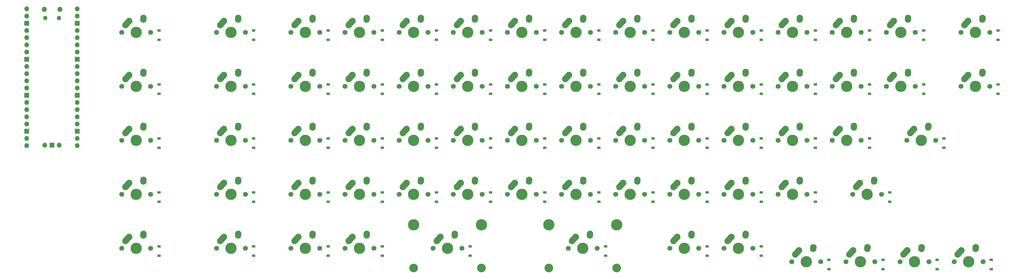
<source format=gbs>
G04 #@! TF.GenerationSoftware,KiCad,Pcbnew,8.0.4*
G04 #@! TF.CreationDate,2024-09-04T19:59:22-04:00*
G04 #@! TF.ProjectId,small-fry-pcb,736d616c-6c2d-4667-9279-2d7063622e6b,1.0*
G04 #@! TF.SameCoordinates,Original*
G04 #@! TF.FileFunction,Soldermask,Bot*
G04 #@! TF.FilePolarity,Negative*
%FSLAX46Y46*%
G04 Gerber Fmt 4.6, Leading zero omitted, Abs format (unit mm)*
G04 Created by KiCad (PCBNEW 8.0.4) date 2024-09-04 19:59:22*
%MOMM*%
%LPD*%
G01*
G04 APERTURE LIST*
G04 Aperture macros list*
%AMRoundRect*
0 Rectangle with rounded corners*
0 $1 Rounding radius*
0 $2 $3 $4 $5 $6 $7 $8 $9 X,Y pos of 4 corners*
0 Add a 4 corners polygon primitive as box body*
4,1,4,$2,$3,$4,$5,$6,$7,$8,$9,$2,$3,0*
0 Add four circle primitives for the rounded corners*
1,1,$1+$1,$2,$3*
1,1,$1+$1,$4,$5*
1,1,$1+$1,$6,$7*
1,1,$1+$1,$8,$9*
0 Add four rect primitives between the rounded corners*
20,1,$1+$1,$2,$3,$4,$5,0*
20,1,$1+$1,$4,$5,$6,$7,0*
20,1,$1+$1,$6,$7,$8,$9,0*
20,1,$1+$1,$8,$9,$2,$3,0*%
%AMHorizOval*
0 Thick line with rounded ends*
0 $1 width*
0 $2 $3 position (X,Y) of the first rounded end (center of the circle)*
0 $4 $5 position (X,Y) of the second rounded end (center of the circle)*
0 Add line between two ends*
20,1,$1,$2,$3,$4,$5,0*
0 Add two circle primitives to create the rounded ends*
1,1,$1,$2,$3*
1,1,$1,$4,$5*%
G04 Aperture macros list end*
%ADD10C,1.750000*%
%ADD11C,3.987800*%
%ADD12HorizOval,2.250000X0.655001X0.730000X-0.655001X-0.730000X0*%
%ADD13C,2.250000*%
%ADD14HorizOval,2.250000X0.020000X0.290000X-0.020000X-0.290000X0*%
%ADD15C,3.048000*%
%ADD16O,1.800000X1.800000*%
%ADD17O,1.500000X1.500000*%
%ADD18O,1.700000X1.700000*%
%ADD19R,1.700000X1.700000*%
%ADD20RoundRect,0.225000X0.375000X-0.225000X0.375000X0.225000X-0.375000X0.225000X-0.375000X-0.225000X0*%
G04 APERTURE END LIST*
D10*
G04 #@! TO.C,MX51*
X209876250Y-96400000D03*
D11*
X214956250Y-96400000D03*
D10*
X220036250Y-96400000D03*
D12*
X211801251Y-93130000D03*
D13*
X212456250Y-92400000D03*
D14*
X217476250Y-91610000D03*
D13*
X217496250Y-91320000D03*
G04 #@! TD*
D10*
G04 #@! TO.C,MX44*
X350370000Y-77350000D03*
D11*
X355450000Y-77350000D03*
D10*
X360530000Y-77350000D03*
D12*
X352295001Y-74080000D03*
D13*
X352950000Y-73350000D03*
D14*
X357970000Y-72560000D03*
D13*
X357990000Y-72270000D03*
G04 #@! TD*
D10*
G04 #@! TO.C,MX11*
X286076250Y-39250000D03*
D11*
X291156250Y-39250000D03*
D10*
X296236250Y-39250000D03*
D12*
X288001251Y-35980000D03*
D13*
X288656250Y-35250000D03*
D14*
X293676250Y-34460000D03*
D13*
X293696250Y-34170000D03*
G04 #@! TD*
D10*
G04 #@! TO.C,MX23*
X228926250Y-58300000D03*
D11*
X234006250Y-58300000D03*
D10*
X239086250Y-58300000D03*
D12*
X230851251Y-55030000D03*
D13*
X231506250Y-54300000D03*
D14*
X236526250Y-53510000D03*
D13*
X236546250Y-53220000D03*
G04 #@! TD*
D10*
G04 #@! TO.C,MX32*
X107482500Y-77350000D03*
D11*
X112562500Y-77350000D03*
D10*
X117642500Y-77350000D03*
D12*
X109407501Y-74080000D03*
D13*
X110062500Y-73350000D03*
D14*
X115082500Y-72560000D03*
D13*
X115102500Y-72270000D03*
G04 #@! TD*
D10*
G04 #@! TO.C,MX59*
X107482500Y-115450000D03*
D11*
X112562500Y-115450000D03*
D10*
X117642500Y-115450000D03*
D12*
X109407501Y-112180000D03*
D13*
X110062500Y-111450000D03*
D14*
X115082500Y-110660000D03*
D13*
X115102500Y-110370000D03*
G04 #@! TD*
D10*
G04 #@! TO.C,MX2*
X107482500Y-39250000D03*
D11*
X112562500Y-39250000D03*
D10*
X117642500Y-39250000D03*
D12*
X109407501Y-35980000D03*
D13*
X110062500Y-35250000D03*
D14*
X115082500Y-34460000D03*
D13*
X115102500Y-34170000D03*
G04 #@! TD*
D10*
G04 #@! TO.C,MX1*
X74145000Y-39250000D03*
D11*
X79225000Y-39250000D03*
D10*
X84305000Y-39250000D03*
D12*
X76070001Y-35980000D03*
D13*
X76725000Y-35250000D03*
D14*
X81745000Y-34460000D03*
D13*
X81765000Y-34170000D03*
G04 #@! TD*
D10*
G04 #@! TO.C,MX54*
X267026250Y-96400000D03*
D11*
X272106250Y-96400000D03*
D10*
X277186250Y-96400000D03*
D12*
X268951251Y-93130000D03*
D13*
X269606250Y-92400000D03*
D14*
X274626250Y-91610000D03*
D13*
X274646250Y-91320000D03*
G04 #@! TD*
D10*
G04 #@! TO.C,MX5*
X171776250Y-39250000D03*
D11*
X176856250Y-39250000D03*
D10*
X181936250Y-39250000D03*
D12*
X173701251Y-35980000D03*
D13*
X174356250Y-35250000D03*
D14*
X179376250Y-34460000D03*
D13*
X179396250Y-34170000D03*
G04 #@! TD*
D10*
G04 #@! TO.C,MX45*
X74145000Y-96400000D03*
D11*
X79225000Y-96400000D03*
D10*
X84305000Y-96400000D03*
D12*
X76070001Y-93130000D03*
D13*
X76725000Y-92400000D03*
D14*
X81745000Y-91610000D03*
D13*
X81765000Y-91320000D03*
G04 #@! TD*
D11*
G04 #@! TO.C,MX62*
X176824500Y-107195000D03*
D15*
X176824500Y-122435000D03*
D10*
X183682500Y-115450000D03*
D11*
X188762500Y-115450000D03*
D10*
X193842500Y-115450000D03*
D11*
X200700500Y-107195000D03*
D15*
X200700500Y-122435000D03*
D12*
X185607501Y-112180000D03*
D13*
X186262500Y-111450000D03*
D14*
X191282500Y-110660000D03*
D13*
X191302500Y-110370000D03*
G04 #@! TD*
D10*
G04 #@! TO.C,MX66*
X309888750Y-120212500D03*
D11*
X314968750Y-120212500D03*
D10*
X320048750Y-120212500D03*
D12*
X311813751Y-116942500D03*
D13*
X312468750Y-116212500D03*
D14*
X317488750Y-115422500D03*
D13*
X317508750Y-115132500D03*
G04 #@! TD*
D10*
G04 #@! TO.C,MX50*
X190826250Y-96400000D03*
D11*
X195906250Y-96400000D03*
D10*
X200986250Y-96400000D03*
D12*
X192751251Y-93130000D03*
D13*
X193406250Y-92400000D03*
D14*
X198426250Y-91610000D03*
D13*
X198446250Y-91320000D03*
G04 #@! TD*
D10*
G04 #@! TO.C,MX65*
X286076250Y-115450000D03*
D11*
X291156250Y-115450000D03*
D10*
X296236250Y-115450000D03*
D12*
X288001251Y-112180000D03*
D13*
X288656250Y-111450000D03*
D14*
X293676250Y-110660000D03*
D13*
X293696250Y-110370000D03*
G04 #@! TD*
D10*
G04 #@! TO.C,MX34*
X152726250Y-77350000D03*
D11*
X157806250Y-77350000D03*
D10*
X162886250Y-77350000D03*
D12*
X154651251Y-74080000D03*
D13*
X155306250Y-73350000D03*
D14*
X160326250Y-72560000D03*
D13*
X160346250Y-72270000D03*
G04 #@! TD*
D10*
G04 #@! TO.C,MX12*
X305126250Y-39250000D03*
D11*
X310206250Y-39250000D03*
D10*
X315286250Y-39250000D03*
D12*
X307051251Y-35980000D03*
D13*
X307706250Y-35250000D03*
D14*
X312726250Y-34460000D03*
D13*
X312746250Y-34170000D03*
G04 #@! TD*
D10*
G04 #@! TO.C,MX35*
X171776250Y-77350000D03*
D11*
X176856250Y-77350000D03*
D10*
X181936250Y-77350000D03*
D12*
X173701251Y-74080000D03*
D13*
X174356250Y-73350000D03*
D14*
X179376250Y-72560000D03*
D13*
X179396250Y-72270000D03*
G04 #@! TD*
D10*
G04 #@! TO.C,MX46*
X107482500Y-96400000D03*
D11*
X112562500Y-96400000D03*
D10*
X117642500Y-96400000D03*
D12*
X109407501Y-93130000D03*
D13*
X110062500Y-92400000D03*
D14*
X115082500Y-91610000D03*
D13*
X115102500Y-91320000D03*
G04 #@! TD*
D10*
G04 #@! TO.C,MX9*
X247976250Y-39250000D03*
D11*
X253056250Y-39250000D03*
D10*
X258136250Y-39250000D03*
D12*
X249901251Y-35980000D03*
D13*
X250556250Y-35250000D03*
D14*
X255576250Y-34460000D03*
D13*
X255596250Y-34170000D03*
G04 #@! TD*
D10*
G04 #@! TO.C,MX18*
X133676250Y-58300000D03*
D11*
X138756250Y-58300000D03*
D10*
X143836250Y-58300000D03*
D12*
X135601251Y-55030000D03*
D13*
X136256250Y-54300000D03*
D14*
X141276250Y-53510000D03*
D13*
X141296250Y-53220000D03*
G04 #@! TD*
D10*
G04 #@! TO.C,MX57*
X331320000Y-96400000D03*
D11*
X336400000Y-96400000D03*
D10*
X341480000Y-96400000D03*
D12*
X333245001Y-93130000D03*
D13*
X333900000Y-92400000D03*
D14*
X338920000Y-91610000D03*
D13*
X338940000Y-91320000D03*
G04 #@! TD*
D10*
G04 #@! TO.C,MX43*
X324176250Y-77350000D03*
D11*
X329256250Y-77350000D03*
D10*
X334336250Y-77350000D03*
D12*
X326101251Y-74080000D03*
D13*
X326756250Y-73350000D03*
D14*
X331776250Y-72560000D03*
D13*
X331796250Y-72270000D03*
G04 #@! TD*
D10*
G04 #@! TO.C,MX3*
X133676250Y-39250000D03*
D11*
X138756250Y-39250000D03*
D10*
X143836250Y-39250000D03*
D12*
X135601251Y-35980000D03*
D13*
X136256250Y-35250000D03*
D14*
X141276250Y-34460000D03*
D13*
X141296250Y-34170000D03*
G04 #@! TD*
D10*
G04 #@! TO.C,MX31*
X74145000Y-77350000D03*
D11*
X79225000Y-77350000D03*
D10*
X84305000Y-77350000D03*
D12*
X76070001Y-74080000D03*
D13*
X76725000Y-73350000D03*
D14*
X81745000Y-72560000D03*
D13*
X81765000Y-72270000D03*
G04 #@! TD*
D10*
G04 #@! TO.C,MX37*
X209876250Y-77350000D03*
D11*
X214956250Y-77350000D03*
D10*
X220036250Y-77350000D03*
D12*
X211801251Y-74080000D03*
D13*
X212456250Y-73350000D03*
D14*
X217476250Y-72560000D03*
D13*
X217496250Y-72270000D03*
G04 #@! TD*
D10*
G04 #@! TO.C,MX17*
X107482500Y-58300000D03*
D11*
X112562500Y-58300000D03*
D10*
X117642500Y-58300000D03*
D12*
X109407501Y-55030000D03*
D13*
X110062500Y-54300000D03*
D14*
X115082500Y-53510000D03*
D13*
X115102500Y-53220000D03*
G04 #@! TD*
D10*
G04 #@! TO.C,MX36*
X190826250Y-77350000D03*
D11*
X195906250Y-77350000D03*
D10*
X200986250Y-77350000D03*
D12*
X192751251Y-74080000D03*
D13*
X193406250Y-73350000D03*
D14*
X198426250Y-72560000D03*
D13*
X198446250Y-72270000D03*
G04 #@! TD*
D16*
G04 #@! TO.C,U1*
X46885000Y-31130000D03*
D17*
X47185000Y-34160000D03*
X52035000Y-34160000D03*
D16*
X52335000Y-31130000D03*
D18*
X40720000Y-31000000D03*
X40720000Y-33540000D03*
D19*
X40720000Y-36080000D03*
D18*
X40720000Y-38620000D03*
X40720000Y-41160000D03*
X40720000Y-43700000D03*
X40720000Y-46240000D03*
D19*
X40720000Y-48780000D03*
D18*
X40720000Y-51320000D03*
X40720000Y-53860000D03*
X40720000Y-56400000D03*
X40720000Y-58940000D03*
D19*
X40720000Y-61480000D03*
D18*
X40720000Y-64020000D03*
X40720000Y-66560000D03*
X40720000Y-69100000D03*
X40720000Y-71640000D03*
D19*
X40720000Y-74180000D03*
D18*
X40720000Y-76720000D03*
X40720000Y-79260000D03*
X58500000Y-79260000D03*
X58500000Y-76720000D03*
D19*
X58500000Y-74180000D03*
D18*
X58500000Y-71640000D03*
X58500000Y-69100000D03*
X58500000Y-66560000D03*
X58500000Y-64020000D03*
D19*
X58500000Y-61480000D03*
D18*
X58500000Y-58940000D03*
X58500000Y-56400000D03*
X58500000Y-53860000D03*
X58500000Y-51320000D03*
D19*
X58500000Y-48780000D03*
D18*
X58500000Y-46240000D03*
X58500000Y-43700000D03*
X58500000Y-41160000D03*
X58500000Y-38620000D03*
D19*
X58500000Y-36080000D03*
D18*
X58500000Y-33540000D03*
X58500000Y-31000000D03*
X47070000Y-79030000D03*
D19*
X49610000Y-79030000D03*
D18*
X52150000Y-79030000D03*
G04 #@! TD*
D10*
G04 #@! TO.C,MX47*
X133676250Y-96400000D03*
D11*
X138756250Y-96400000D03*
D10*
X143836250Y-96400000D03*
D12*
X135601251Y-93130000D03*
D13*
X136256250Y-92400000D03*
D14*
X141276250Y-91610000D03*
D13*
X141296250Y-91320000D03*
G04 #@! TD*
D10*
G04 #@! TO.C,MX25*
X267026250Y-58300000D03*
D11*
X272106250Y-58300000D03*
D10*
X277186250Y-58300000D03*
D12*
X268951251Y-55030000D03*
D13*
X269606250Y-54300000D03*
D14*
X274626250Y-53510000D03*
D13*
X274646250Y-53220000D03*
G04 #@! TD*
D10*
G04 #@! TO.C,MX61*
X152726250Y-115450000D03*
D11*
X157806250Y-115450000D03*
D10*
X162886250Y-115450000D03*
D12*
X154651251Y-112180000D03*
D13*
X155306250Y-111450000D03*
D14*
X160326250Y-110660000D03*
D13*
X160346250Y-110370000D03*
G04 #@! TD*
D10*
G04 #@! TO.C,MX26*
X286076250Y-58300000D03*
D11*
X291156250Y-58300000D03*
D10*
X296236250Y-58300000D03*
D12*
X288001251Y-55030000D03*
D13*
X288656250Y-54300000D03*
D14*
X293676250Y-53510000D03*
D13*
X293696250Y-53220000D03*
G04 #@! TD*
D10*
G04 #@! TO.C,MX15*
X369420000Y-39250000D03*
D11*
X374500000Y-39250000D03*
D10*
X379580000Y-39250000D03*
D12*
X371345001Y-35980000D03*
D13*
X372000000Y-35250000D03*
D14*
X377020000Y-34460000D03*
D13*
X377040000Y-34170000D03*
G04 #@! TD*
D10*
G04 #@! TO.C,MX58*
X74145000Y-115450000D03*
D11*
X79225000Y-115450000D03*
D10*
X84305000Y-115450000D03*
D12*
X76070001Y-112180000D03*
D13*
X76725000Y-111450000D03*
D14*
X81745000Y-110660000D03*
D13*
X81765000Y-110370000D03*
G04 #@! TD*
D11*
G04 #@! TO.C,MX63*
X224449500Y-107195000D03*
D15*
X224449500Y-122435000D03*
D10*
X231307500Y-115450000D03*
D11*
X236387500Y-115450000D03*
D10*
X241467500Y-115450000D03*
D11*
X248325500Y-107195000D03*
D15*
X248325500Y-122435000D03*
D12*
X233232501Y-112180000D03*
D13*
X233887500Y-111450000D03*
D14*
X238907500Y-110660000D03*
D13*
X238927500Y-110370000D03*
G04 #@! TD*
D10*
G04 #@! TO.C,MX28*
X324176250Y-58300000D03*
D11*
X329256250Y-58300000D03*
D10*
X334336250Y-58300000D03*
D12*
X326101251Y-55030000D03*
D13*
X326756250Y-54300000D03*
D14*
X331776250Y-53510000D03*
D13*
X331796250Y-53220000D03*
G04 #@! TD*
D10*
G04 #@! TO.C,MX8*
X228926250Y-39250000D03*
D11*
X234006250Y-39250000D03*
D10*
X239086250Y-39250000D03*
D12*
X230851251Y-35980000D03*
D13*
X231506250Y-35250000D03*
D14*
X236526250Y-34460000D03*
D13*
X236546250Y-34170000D03*
G04 #@! TD*
D10*
G04 #@! TO.C,MX10*
X267026250Y-39250000D03*
D11*
X272106250Y-39250000D03*
D10*
X277186250Y-39250000D03*
D12*
X268951251Y-35980000D03*
D13*
X269606250Y-35250000D03*
D14*
X274626250Y-34460000D03*
D13*
X274646250Y-34170000D03*
G04 #@! TD*
D10*
G04 #@! TO.C,MX53*
X247976250Y-96400000D03*
D11*
X253056250Y-96400000D03*
D10*
X258136250Y-96400000D03*
D12*
X249901251Y-93130000D03*
D13*
X250556250Y-92400000D03*
D14*
X255576250Y-91610000D03*
D13*
X255596250Y-91320000D03*
G04 #@! TD*
D10*
G04 #@! TO.C,MX64*
X267026250Y-115450000D03*
D11*
X272106250Y-115450000D03*
D10*
X277186250Y-115450000D03*
D12*
X268951251Y-112180000D03*
D13*
X269606250Y-111450000D03*
D14*
X274626250Y-110660000D03*
D13*
X274646250Y-110370000D03*
G04 #@! TD*
D10*
G04 #@! TO.C,MX49*
X171776250Y-96400000D03*
D11*
X176856250Y-96400000D03*
D10*
X181936250Y-96400000D03*
D12*
X173701251Y-93130000D03*
D13*
X174356250Y-92400000D03*
D14*
X179376250Y-91610000D03*
D13*
X179396250Y-91320000D03*
G04 #@! TD*
D10*
G04 #@! TO.C,MX27*
X305126250Y-58300000D03*
D11*
X310206250Y-58300000D03*
D10*
X315286250Y-58300000D03*
D12*
X307051251Y-55030000D03*
D13*
X307706250Y-54300000D03*
D14*
X312726250Y-53510000D03*
D13*
X312746250Y-53220000D03*
G04 #@! TD*
D10*
G04 #@! TO.C,MX33*
X133676250Y-77350000D03*
D11*
X138756250Y-77350000D03*
D10*
X143836250Y-77350000D03*
D12*
X135601251Y-74080000D03*
D13*
X136256250Y-73350000D03*
D14*
X141276250Y-72560000D03*
D13*
X141296250Y-72270000D03*
G04 #@! TD*
D10*
G04 #@! TO.C,MX21*
X190826250Y-58300000D03*
D11*
X195906250Y-58300000D03*
D10*
X200986250Y-58300000D03*
D12*
X192751251Y-55030000D03*
D13*
X193406250Y-54300000D03*
D14*
X198426250Y-53510000D03*
D13*
X198446250Y-53220000D03*
G04 #@! TD*
D10*
G04 #@! TO.C,MX19*
X152726250Y-58300000D03*
D11*
X157806250Y-58300000D03*
D10*
X162886250Y-58300000D03*
D12*
X154651251Y-55030000D03*
D13*
X155306250Y-54300000D03*
D14*
X160326250Y-53510000D03*
D13*
X160346250Y-53220000D03*
G04 #@! TD*
D10*
G04 #@! TO.C,MX55*
X286076250Y-96400000D03*
D11*
X291156250Y-96400000D03*
D10*
X296236250Y-96400000D03*
D12*
X288001251Y-93130000D03*
D13*
X288656250Y-92400000D03*
D14*
X293676250Y-91610000D03*
D13*
X293696250Y-91320000D03*
G04 #@! TD*
D10*
G04 #@! TO.C,MX29*
X343226250Y-58300000D03*
D11*
X348306250Y-58300000D03*
D10*
X353386250Y-58300000D03*
D12*
X345151251Y-55030000D03*
D13*
X345806250Y-54300000D03*
D14*
X350826250Y-53510000D03*
D13*
X350846250Y-53220000D03*
G04 #@! TD*
D10*
G04 #@! TO.C,MX7*
X209876250Y-39250000D03*
D11*
X214956250Y-39250000D03*
D10*
X220036250Y-39250000D03*
D12*
X211801251Y-35980000D03*
D13*
X212456250Y-35250000D03*
D14*
X217476250Y-34460000D03*
D13*
X217496250Y-34170000D03*
G04 #@! TD*
D10*
G04 #@! TO.C,MX13*
X324176250Y-39250000D03*
D11*
X329256250Y-39250000D03*
D10*
X334336250Y-39250000D03*
D12*
X326101251Y-35980000D03*
D13*
X326756250Y-35250000D03*
D14*
X331776250Y-34460000D03*
D13*
X331796250Y-34170000D03*
G04 #@! TD*
D10*
G04 #@! TO.C,MX4*
X152726250Y-39250000D03*
D11*
X157806250Y-39250000D03*
D10*
X162886250Y-39250000D03*
D12*
X154651251Y-35980000D03*
D13*
X155306250Y-35250000D03*
D14*
X160326250Y-34460000D03*
D13*
X160346250Y-34170000D03*
G04 #@! TD*
D10*
G04 #@! TO.C,MX41*
X286076250Y-77350000D03*
D11*
X291156250Y-77350000D03*
D10*
X296236250Y-77350000D03*
D12*
X288001251Y-74080000D03*
D13*
X288656250Y-73350000D03*
D14*
X293676250Y-72560000D03*
D13*
X293696250Y-72270000D03*
G04 #@! TD*
D10*
G04 #@! TO.C,MX52*
X228926250Y-96400000D03*
D11*
X234006250Y-96400000D03*
D10*
X239086250Y-96400000D03*
D12*
X230851251Y-93130000D03*
D13*
X231506250Y-92400000D03*
D14*
X236526250Y-91610000D03*
D13*
X236546250Y-91320000D03*
G04 #@! TD*
D10*
G04 #@! TO.C,MX16*
X74145000Y-58300000D03*
D11*
X79225000Y-58300000D03*
D10*
X84305000Y-58300000D03*
D12*
X76070001Y-55030000D03*
D13*
X76725000Y-54300000D03*
D14*
X81745000Y-53510000D03*
D13*
X81765000Y-53220000D03*
G04 #@! TD*
D10*
G04 #@! TO.C,MX20*
X171776250Y-58300000D03*
D11*
X176856250Y-58300000D03*
D10*
X181936250Y-58300000D03*
D12*
X173701251Y-55030000D03*
D13*
X174356250Y-54300000D03*
D14*
X179376250Y-53510000D03*
D13*
X179396250Y-53220000D03*
G04 #@! TD*
D10*
G04 #@! TO.C,MX69*
X367038750Y-120212500D03*
D11*
X372118750Y-120212500D03*
D10*
X377198750Y-120212500D03*
D12*
X368963751Y-116942500D03*
D13*
X369618750Y-116212500D03*
D14*
X374638750Y-115422500D03*
D13*
X374658750Y-115132500D03*
G04 #@! TD*
D10*
G04 #@! TO.C,MX6*
X190826250Y-39250000D03*
D11*
X195906250Y-39250000D03*
D10*
X200986250Y-39250000D03*
D12*
X192751251Y-35980000D03*
D13*
X193406250Y-35250000D03*
D14*
X198426250Y-34460000D03*
D13*
X198446250Y-34170000D03*
G04 #@! TD*
D10*
G04 #@! TO.C,MX38*
X228926250Y-77350000D03*
D11*
X234006250Y-77350000D03*
D10*
X239086250Y-77350000D03*
D12*
X230851251Y-74080000D03*
D13*
X231506250Y-73350000D03*
D14*
X236526250Y-72560000D03*
D13*
X236546250Y-72270000D03*
G04 #@! TD*
D10*
G04 #@! TO.C,MX68*
X347988750Y-120212500D03*
D11*
X353068750Y-120212500D03*
D10*
X358148750Y-120212500D03*
D12*
X349913751Y-116942500D03*
D13*
X350568750Y-116212500D03*
D14*
X355588750Y-115422500D03*
D13*
X355608750Y-115132500D03*
G04 #@! TD*
D10*
G04 #@! TO.C,MX42*
X305126250Y-77350000D03*
D11*
X310206250Y-77350000D03*
D10*
X315286250Y-77350000D03*
D12*
X307051251Y-74080000D03*
D13*
X307706250Y-73350000D03*
D14*
X312726250Y-72560000D03*
D13*
X312746250Y-72270000D03*
G04 #@! TD*
D10*
G04 #@! TO.C,MX60*
X133676250Y-115450000D03*
D11*
X138756250Y-115450000D03*
D10*
X143836250Y-115450000D03*
D12*
X135601251Y-112180000D03*
D13*
X136256250Y-111450000D03*
D14*
X141276250Y-110660000D03*
D13*
X141296250Y-110370000D03*
G04 #@! TD*
D10*
G04 #@! TO.C,MX48*
X152726250Y-96400000D03*
D11*
X157806250Y-96400000D03*
D10*
X162886250Y-96400000D03*
D12*
X154651251Y-93130000D03*
D13*
X155306250Y-92400000D03*
D14*
X160326250Y-91610000D03*
D13*
X160346250Y-91320000D03*
G04 #@! TD*
D10*
G04 #@! TO.C,MX67*
X328938750Y-120212500D03*
D11*
X334018750Y-120212500D03*
D10*
X339098750Y-120212500D03*
D12*
X330863751Y-116942500D03*
D13*
X331518750Y-116212500D03*
D14*
X336538750Y-115422500D03*
D13*
X336558750Y-115132500D03*
G04 #@! TD*
D10*
G04 #@! TO.C,MX40*
X267026250Y-77350000D03*
D11*
X272106250Y-77350000D03*
D10*
X277186250Y-77350000D03*
D12*
X268951251Y-74080000D03*
D13*
X269606250Y-73350000D03*
D14*
X274626250Y-72560000D03*
D13*
X274646250Y-72270000D03*
G04 #@! TD*
D10*
G04 #@! TO.C,MX39*
X247976250Y-77350000D03*
D11*
X253056250Y-77350000D03*
D10*
X258136250Y-77350000D03*
D12*
X249901251Y-74080000D03*
D13*
X250556250Y-73350000D03*
D14*
X255576250Y-72560000D03*
D13*
X255596250Y-72270000D03*
G04 #@! TD*
D10*
G04 #@! TO.C,MX30*
X369420000Y-58300000D03*
D11*
X374500000Y-58300000D03*
D10*
X379580000Y-58300000D03*
D12*
X371345001Y-55030000D03*
D13*
X372000000Y-54300000D03*
D14*
X377020000Y-53510000D03*
D13*
X377040000Y-53220000D03*
G04 #@! TD*
D10*
G04 #@! TO.C,MX56*
X305126250Y-96400000D03*
D11*
X310206250Y-96400000D03*
D10*
X315286250Y-96400000D03*
D12*
X307051251Y-93130000D03*
D13*
X307706250Y-92400000D03*
D14*
X312726250Y-91610000D03*
D13*
X312746250Y-91320000D03*
G04 #@! TD*
D10*
G04 #@! TO.C,MX14*
X343226250Y-39250000D03*
D11*
X348306250Y-39250000D03*
D10*
X353386250Y-39250000D03*
D12*
X345151251Y-35980000D03*
D13*
X345806250Y-35250000D03*
D14*
X350826250Y-34460000D03*
D13*
X350846250Y-34170000D03*
G04 #@! TD*
D10*
G04 #@! TO.C,MX24*
X247976250Y-58300000D03*
D11*
X253056250Y-58300000D03*
D10*
X258136250Y-58300000D03*
D12*
X249901251Y-55030000D03*
D13*
X250556250Y-54300000D03*
D14*
X255576250Y-53510000D03*
D13*
X255596250Y-53220000D03*
G04 #@! TD*
D10*
G04 #@! TO.C,MX22*
X209876250Y-58300000D03*
D11*
X214956250Y-58300000D03*
D10*
X220036250Y-58300000D03*
D12*
X211801251Y-55030000D03*
D13*
X212456250Y-54300000D03*
D14*
X217476250Y-53510000D03*
D13*
X217496250Y-53220000D03*
G04 #@! TD*
D20*
G04 #@! TO.C,D29*
X356306250Y-60950000D03*
X356306250Y-57650000D03*
G04 #@! TD*
G04 #@! TO.C,D30*
X382500000Y-60950000D03*
X382500000Y-57650000D03*
G04 #@! TD*
G04 #@! TO.C,D55*
X299156250Y-99050000D03*
X299156250Y-95750000D03*
G04 #@! TD*
G04 #@! TO.C,D11*
X299156250Y-41900000D03*
X299156250Y-38600000D03*
G04 #@! TD*
G04 #@! TO.C,D20*
X184856250Y-60950000D03*
X184856250Y-57650000D03*
G04 #@! TD*
G04 #@! TO.C,D25*
X280106250Y-60950000D03*
X280106250Y-57650000D03*
G04 #@! TD*
G04 #@! TO.C,D63*
X244387500Y-118100000D03*
X244387500Y-114800000D03*
G04 #@! TD*
G04 #@! TO.C,D18*
X146756250Y-60950000D03*
X146756250Y-57650000D03*
G04 #@! TD*
G04 #@! TO.C,D60*
X146756250Y-118100000D03*
X146756250Y-114800000D03*
G04 #@! TD*
G04 #@! TO.C,D26*
X299156250Y-60950000D03*
X299156250Y-57650000D03*
G04 #@! TD*
G04 #@! TO.C,D6*
X203906250Y-41900000D03*
X203906250Y-38600000D03*
G04 #@! TD*
G04 #@! TO.C,D34*
X165806250Y-80000000D03*
X165806250Y-76700000D03*
G04 #@! TD*
G04 #@! TO.C,D32*
X120562500Y-80000000D03*
X120562500Y-76700000D03*
G04 #@! TD*
G04 #@! TO.C,D57*
X344400000Y-99050000D03*
X344400000Y-95750000D03*
G04 #@! TD*
G04 #@! TO.C,D41*
X299156250Y-80000000D03*
X299156250Y-76700000D03*
G04 #@! TD*
G04 #@! TO.C,D35*
X184856250Y-80000000D03*
X184856250Y-76700000D03*
G04 #@! TD*
G04 #@! TO.C,D56*
X318206250Y-99050000D03*
X318206250Y-95750000D03*
G04 #@! TD*
G04 #@! TO.C,D47*
X146756250Y-99050000D03*
X146756250Y-95750000D03*
G04 #@! TD*
G04 #@! TO.C,D4*
X165806250Y-41900000D03*
X165806250Y-38600000D03*
G04 #@! TD*
G04 #@! TO.C,D24*
X261056250Y-60950000D03*
X261056250Y-57650000D03*
G04 #@! TD*
G04 #@! TO.C,D40*
X280106250Y-80000000D03*
X280106250Y-76700000D03*
G04 #@! TD*
G04 #@! TO.C,D44*
X363450000Y-80000000D03*
X363450000Y-76700000D03*
G04 #@! TD*
G04 #@! TO.C,D9*
X261056250Y-41900000D03*
X261056250Y-38600000D03*
G04 #@! TD*
G04 #@! TO.C,D2*
X120562500Y-41900000D03*
X120562500Y-38600000D03*
G04 #@! TD*
G04 #@! TO.C,D54*
X280106250Y-99050000D03*
X280106250Y-95750000D03*
G04 #@! TD*
G04 #@! TO.C,D65*
X299156250Y-118100000D03*
X299156250Y-114800000D03*
G04 #@! TD*
G04 #@! TO.C,D64*
X280106250Y-118100000D03*
X280106250Y-114800000D03*
G04 #@! TD*
G04 #@! TO.C,D59*
X120562500Y-118100000D03*
X120562500Y-114800000D03*
G04 #@! TD*
G04 #@! TO.C,D67*
X342018750Y-122862500D03*
X342018750Y-119562500D03*
G04 #@! TD*
G04 #@! TO.C,D21*
X203906250Y-60950000D03*
X203906250Y-57650000D03*
G04 #@! TD*
G04 #@! TO.C,D27*
X318206250Y-60950000D03*
X318206250Y-57650000D03*
G04 #@! TD*
G04 #@! TO.C,D53*
X261056250Y-99050000D03*
X261056250Y-95750000D03*
G04 #@! TD*
G04 #@! TO.C,D52*
X242006250Y-99050000D03*
X242006250Y-95750000D03*
G04 #@! TD*
G04 #@! TO.C,D31*
X87225000Y-80000000D03*
X87225000Y-76700000D03*
G04 #@! TD*
G04 #@! TO.C,D38*
X242006250Y-80000000D03*
X242006250Y-76700000D03*
G04 #@! TD*
G04 #@! TO.C,D14*
X356306250Y-41900000D03*
X356306250Y-38600000D03*
G04 #@! TD*
G04 #@! TO.C,D22*
X222956250Y-60950000D03*
X222956250Y-57650000D03*
G04 #@! TD*
G04 #@! TO.C,D12*
X318206250Y-41900000D03*
X318206250Y-38600000D03*
G04 #@! TD*
G04 #@! TO.C,D58*
X87225000Y-118100000D03*
X87225000Y-114800000D03*
G04 #@! TD*
G04 #@! TO.C,D50*
X203906250Y-99050000D03*
X203906250Y-95750000D03*
G04 #@! TD*
G04 #@! TO.C,D17*
X120562500Y-60950000D03*
X120562500Y-57650000D03*
G04 #@! TD*
G04 #@! TO.C,D10*
X280106250Y-41900000D03*
X280106250Y-38600000D03*
G04 #@! TD*
G04 #@! TO.C,D43*
X337256250Y-80000000D03*
X337256250Y-76700000D03*
G04 #@! TD*
G04 #@! TO.C,D49*
X184856250Y-99050000D03*
X184856250Y-95750000D03*
G04 #@! TD*
G04 #@! TO.C,D51*
X222956250Y-99050000D03*
X222956250Y-95750000D03*
G04 #@! TD*
G04 #@! TO.C,D3*
X146756250Y-41900000D03*
X146756250Y-38600000D03*
G04 #@! TD*
G04 #@! TO.C,D66*
X322968750Y-122862500D03*
X322968750Y-119562500D03*
G04 #@! TD*
G04 #@! TO.C,D45*
X87225000Y-99050000D03*
X87225000Y-95750000D03*
G04 #@! TD*
G04 #@! TO.C,D15*
X382500000Y-41900000D03*
X382500000Y-38600000D03*
G04 #@! TD*
G04 #@! TO.C,D42*
X318206250Y-80000000D03*
X318206250Y-76700000D03*
G04 #@! TD*
G04 #@! TO.C,D48*
X165806250Y-99050000D03*
X165806250Y-95750000D03*
G04 #@! TD*
G04 #@! TO.C,D1*
X87225000Y-41900000D03*
X87225000Y-38600000D03*
G04 #@! TD*
G04 #@! TO.C,D68*
X361068750Y-122862500D03*
X361068750Y-119562500D03*
G04 #@! TD*
G04 #@! TO.C,D61*
X165806250Y-118100000D03*
X165806250Y-114800000D03*
G04 #@! TD*
G04 #@! TO.C,D19*
X165806250Y-60950000D03*
X165806250Y-57650000D03*
G04 #@! TD*
G04 #@! TO.C,D69*
X380118750Y-122862500D03*
X380118750Y-119562500D03*
G04 #@! TD*
G04 #@! TO.C,D16*
X87225000Y-60950000D03*
X87225000Y-57650000D03*
G04 #@! TD*
G04 #@! TO.C,D5*
X184856250Y-41900000D03*
X184856250Y-38600000D03*
G04 #@! TD*
G04 #@! TO.C,D33*
X146756250Y-80000000D03*
X146756250Y-76700000D03*
G04 #@! TD*
G04 #@! TO.C,D8*
X242006250Y-41900000D03*
X242006250Y-38600000D03*
G04 #@! TD*
G04 #@! TO.C,D37*
X222956250Y-80000000D03*
X222956250Y-76700000D03*
G04 #@! TD*
G04 #@! TO.C,D46*
X120562500Y-99050000D03*
X120562500Y-95750000D03*
G04 #@! TD*
G04 #@! TO.C,D62*
X196762500Y-118100000D03*
X196762500Y-114800000D03*
G04 #@! TD*
G04 #@! TO.C,D39*
X261056250Y-80000000D03*
X261056250Y-76700000D03*
G04 #@! TD*
G04 #@! TO.C,D7*
X222956250Y-41900000D03*
X222956250Y-38600000D03*
G04 #@! TD*
G04 #@! TO.C,D23*
X242006250Y-60950000D03*
X242006250Y-57650000D03*
G04 #@! TD*
G04 #@! TO.C,D28*
X337256250Y-60950000D03*
X337256250Y-57650000D03*
G04 #@! TD*
G04 #@! TO.C,D13*
X337256250Y-41900000D03*
X337256250Y-38600000D03*
G04 #@! TD*
G04 #@! TO.C,D36*
X203906250Y-80000000D03*
X203906250Y-76700000D03*
G04 #@! TD*
M02*

</source>
